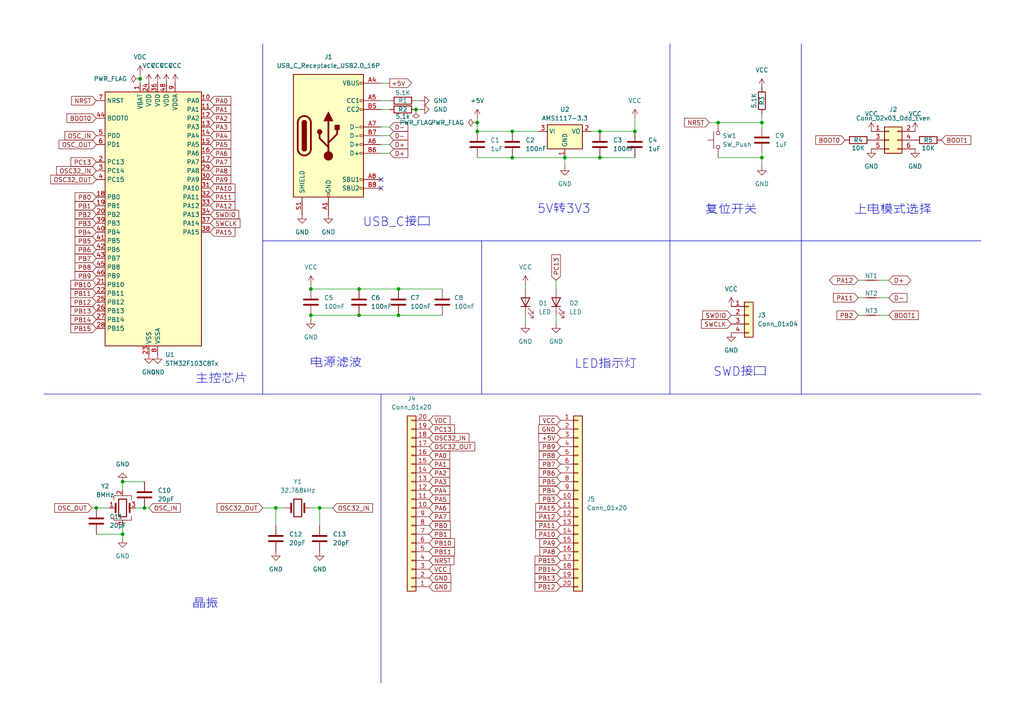
<source format=kicad_sch>
(kicad_sch (version 20231120) (generator "eeschema") (generator_version "8.0")
  (paper "A4")
  (lib_symbols
    (symbol "Connector:USB_C_Receptacle_USB2.0_16P" (pin_names (offset 1.016))
      (property "Reference" "J" (at 0 22.225 0))
      (property "Value" "USB_C_Receptacle_USB2.0_16P" (at 0 19.685 0))
      (symbol "USB_C_Receptacle_USB2.0_16P_1_1"
        (pin passive line (at 0 -22.86 90) (length 5.08) (name "GND") (number "A1"))
        (pin passive line (at 0 -22.86 90) (length 5.08) hide (name "GND") (number "A12"))
        (pin passive line (at 15.24 15.24 180) (length 5.08) (name "VBUS") (number "A4"))
        (pin bidirectional line (at 15.24 10.16 180) (length 5.08) (name "CC1") (number "A5"))
        (pin bidirectional line (at 15.24 -2.54 180) (length 5.08) (name "D+") (number "A6"))
        (pin bidirectional line (at 15.24 2.54 180) (length 5.08) (name "D-") (number "A7"))
        (pin bidirectional line (at 15.24 -12.7 180) (length 5.08) (name "SBU1") (number "A8"))
        (pin passive line (at 15.24 15.24 180) (length 5.08) hide (name "VBUS") (number "A9"))
        (pin passive line (at 0 -22.86 90) (length 5.08) hide (name "GND") (number "B1"))
        (pin passive line (at 0 -22.86 90) (length 5.08) hide (name "GND") (number "B12"))
        (pin passive line (at 15.24 15.24 180) (length 5.08) hide (name "VBUS") (number "B4"))
        (pin bidirectional line (at 15.24 7.62 180) (length 5.08) (name "CC2") (number "B5"))
        (pin bidirectional line (at 15.24 -5.08 180) (length 5.08) (name "D+") (number "B6"))
        (pin bidirectional line (at 15.24 0 180) (length 5.08) (name "D-") (number "B7"))
        (pin bidirectional line (at 15.24 -15.24 180) (length 5.08) (name "SBU2") (number "B8"))
        (pin passive line (at 15.24 15.24 180) (length 5.08) hide (name "VBUS") (number "B9"))
        (pin passive line (at -7.62 -22.86 90) (length 5.08) (name "SHIELD") (number "S1"))
      )
    )
    (symbol "Connector_Generic:Conn_01x04" (pin_names (offset 1.016) hide)
      (property "Reference" "J" (at 0 5.08 0))
      (property "Value" "Conn_01x04" (at 0 -7.62 0))
      (symbol "Conn_01x04_1_1"
        (pin passive line (at -5.08 2.54 0) (length 3.81) (name "Pin_1") (number "1"))
        (pin passive line (at -5.08 0 0) (length 3.81) (name "Pin_2") (number "2"))
        (pin passive line (at -5.08 -2.54 0) (length 3.81) (name "Pin_3") (number "3"))
        (pin passive line (at -5.08 -5.08 0) (length 3.81) (name "Pin_4") (number "4"))
      )
    )
    (symbol "Connector_Generic:Conn_01x20" (pin_names (offset 1.016) hide)
      (property "Reference" "J" (at 0 25.4 0))
      (property "Value" "Conn_01x20" (at 0 -27.94 0))
      (symbol "Conn_01x20_1_1"
        (pin passive line (at -5.08 22.86 0) (length 3.81) (name "Pin_1") (number "1"))
        (pin passive line (at -5.08 0 0) (length 3.81) (name "Pin_10") (number "10"))
        (pin passive line (at -5.08 -2.54 0) (length 3.81) (name "Pin_11") (number "11"))
        (pin passive line (at -5.08 -5.08 0) (length 3.81) (name "Pin_12") (number "12"))
        (pin passive line (at -5.08 -7.62 0) (length 3.81) (name "Pin_13") (number "13"))
        (pin passive line (at -5.08 -10.16 0) (length 3.81) (name "Pin_14") (number "14"))
        (pin passive line (at -5.08 -12.7 0) (length 3.81) (name "Pin_15") (number "15"))
        (pin passive line (at -5.08 -15.24 0) (length 3.81) (name "Pin_16") (number "16"))
        (pin passive line (at -5.08 -17.78 0) (length 3.81) (name "Pin_17") (number "17"))
        (pin passive line (at -5.08 -20.32 0) (length 3.81) (name "Pin_18") (number "18"))
        (pin passive line (at -5.08 -22.86 0) (length 3.81) (name "Pin_19") (number "19"))
        (pin passive line (at -5.08 20.32 0) (length 3.81) (name "Pin_2") (number "2"))
        (pin passive line (at -5.08 -25.4 0) (length 3.81) (name "Pin_20") (number "20"))
        (pin passive line (at -5.08 17.78 0) (length 3.81) (name "Pin_3") (number "3"))
        (pin passive line (at -5.08 15.24 0) (length 3.81) (name "Pin_4") (number "4"))
        (pin passive line (at -5.08 12.7 0) (length 3.81) (name "Pin_5") (number "5"))
        (pin passive line (at -5.08 10.16 0) (length 3.81) (name "Pin_6") (number "6"))
        (pin passive line (at -5.08 7.62 0) (length 3.81) (name "Pin_7") (number "7"))
        (pin passive line (at -5.08 5.08 0) (length 3.81) (name "Pin_8") (number "8"))
        (pin passive line (at -5.08 2.54 0) (length 3.81) (name "Pin_9") (number "9"))
      )
    )
    (symbol "Connector_Generic:Conn_02x03_Odd_Even" (pin_names (offset 1.016) hide)
      (property "Reference" "J" (at 1.27 5.08 0))
      (property "Value" "Conn_02x03_Odd_Even" (at 1.27 -5.08 0))
      (symbol "Conn_02x03_Odd_Even_1_1"
        (pin passive line (at -5.08 2.54 0) (length 3.81) (name "Pin_1") (number "1"))
        (pin passive line (at 7.62 2.54 180) (length 3.81) (name "Pin_2") (number "2"))
        (pin passive line (at -5.08 0 0) (length 3.81) (name "Pin_3") (number "3"))
        (pin passive line (at 7.62 0 180) (length 3.81) (name "Pin_4") (number "4"))
        (pin passive line (at -5.08 -2.54 0) (length 3.81) (name "Pin_5") (number "5"))
        (pin passive line (at 7.62 -2.54 180) (length 3.81) (name "Pin_6") (number "6"))
      )
    )
    (symbol "Device:C" (pin_numbers hide) (pin_names (offset 0.254))
      (property "Reference" "C" (at 0.635 2.54 0))
      (property "Value" "C" (at 0.635 -2.54 0))
      (symbol "C_1_1"
        (pin passive line (at 0 3.81 270) (length 2.794) (name "~") (number "1"))
        (pin passive line (at 0 -3.81 90) (length 2.794) (name "~") (number "2"))
      )
    )
    (symbol "Device:Crystal" (pin_numbers hide) (pin_names (offset 1.016) hide)
      (property "Reference" "Y" (at 0 3.81 0))
      (property "Value" "Crystal" (at 0 -3.81 0))
      (symbol "Crystal_1_1"
        (pin passive line (at -3.81 0 0) (length 1.27) (name "1") (number "1"))
        (pin passive line (at 3.81 0 180) (length 1.27) (name "2") (number "2"))
      )
    )
    (symbol "Device:Crystal_GND24" (pin_names (offset 1.016) hide)
      (property "Reference" "Y" (at 3.175 5.08 0))
      (property "Value" "Crystal_GND24" (at 3.175 3.175 0))
      (symbol "Crystal_GND24_1_1"
        (pin passive line (at -3.81 0 0) (length 1.27) (name "1") (number "1"))
        (pin passive line (at 0 5.08 270) (length 1.27) (name "2") (number "2"))
        (pin passive line (at 3.81 0 180) (length 1.27) (name "3") (number "3"))
        (pin passive line (at 0 -5.08 90) (length 1.27) (name "4") (number "4"))
      )
    )
    (symbol "Device:LED" (pin_numbers hide) (pin_names (offset 1.016) hide)
      (property "Reference" "D" (at 0 2.54 0))
      (property "Value" "LED" (at 0 -2.54 0))
      (symbol "LED_1_1"
        (pin passive line (at -3.81 0 0) (length 2.54) (name "K") (number "1"))
        (pin passive line (at 3.81 0 180) (length 2.54) (name "A") (number "2"))
      )
    )
    (symbol "Device:NetTie_2" (pin_numbers hide) (pin_names (offset 0) hide) (in_bom no)
      (property "Reference" "NT" (at 0 1.27 0))
      (property "Value" "NetTie_2" (at 0 -1.27 0))
      (symbol "NetTie_2_1_1"
        (pin passive line (at -2.54 0 0) (length 2.54) (name "1") (number "1"))
        (pin passive line (at 2.54 0 180) (length 2.54) (name "2") (number "2"))
      )
    )
    (symbol "Device:R" (pin_numbers hide) (pin_names (offset 0))
      (property "Reference" "R" (at 2.032 0 90))
      (property "Value" "R" (at 0 0 90))
      (symbol "R_1_1"
        (pin passive line (at 0 3.81 270) (length 1.27) (name "~") (number "1"))
        (pin passive line (at 0 -3.81 90) (length 1.27) (name "~") (number "2"))
      )
    )
    (symbol "MCU_ST_STM32F1:STM32F103C8Tx"
      (property "Reference" "U" (at -12.7 39.37 0))
      (property "Value" "STM32F103C8Tx" (at 10.16 39.37 0))
      (symbol "STM32F103C8Tx_1_1"
        (pin power_in line (at -2.54 40.64 270) (length 2.54) (name "VBAT") (number "1"))
        (pin bidirectional line (at 17.78 35.56 180) (length 2.54) (name "PA0") (number "10"))
        (pin bidirectional line (at 17.78 33.02 180) (length 2.54) (name "PA1") (number "11"))
        (pin bidirectional line (at 17.78 30.48 180) (length 2.54) (name "PA2") (number "12"))
        (pin bidirectional line (at 17.78 27.94 180) (length 2.54) (name "PA3") (number "13"))
        (pin bidirectional line (at 17.78 25.4 180) (length 2.54) (name "PA4") (number "14"))
        (pin bidirectional line (at 17.78 22.86 180) (length 2.54) (name "PA5") (number "15"))
        (pin bidirectional line (at 17.78 20.32 180) (length 2.54) (name "PA6") (number "16"))
        (pin bidirectional line (at 17.78 17.78 180) (length 2.54) (name "PA7") (number "17"))
        (pin bidirectional line (at -15.24 7.62 0) (length 2.54) (name "PB0") (number "18"))
        (pin bidirectional line (at -15.24 5.08 0) (length 2.54) (name "PB1") (number "19"))
        (pin bidirectional line (at -15.24 17.78 0) (length 2.54) (name "PC13") (number "2"))
        (pin bidirectional line (at -15.24 2.54 0) (length 2.54) (name "PB2") (number "20"))
        (pin bidirectional line (at -15.24 -17.78 0) (length 2.54) (name "PB10") (number "21"))
        (pin bidirectional line (at -15.24 -20.32 0) (length 2.54) (name "PB11") (number "22"))
        (pin power_in line (at 0 -38.1 90) (length 2.54) (name "VSS") (number "23"))
        (pin power_in line (at 0 40.64 270) (length 2.54) (name "VDD") (number "24"))
        (pin bidirectional line (at -15.24 -22.86 0) (length 2.54) (name "PB12") (number "25"))
        (pin bidirectional line (at -15.24 -25.4 0) (length 2.54) (name "PB13") (number "26"))
        (pin bidirectional line (at -15.24 -27.94 0) (length 2.54) (name "PB14") (number "27"))
        (pin bidirectional line (at -15.24 -30.48 0) (length 2.54) (name "PB15") (number "28"))
        (pin bidirectional line (at 17.78 15.24 180) (length 2.54) (name "PA8") (number "29"))
        (pin bidirectional line (at -15.24 15.24 0) (length 2.54) (name "PC14") (number "3"))
        (pin bidirectional line (at 17.78 12.7 180) (length 2.54) (name "PA9") (number "30"))
        (pin bidirectional line (at 17.78 10.16 180) (length 2.54) (name "PA10") (number "31"))
        (pin bidirectional line (at 17.78 7.62 180) (length 2.54) (name "PA11") (number "32"))
        (pin bidirectional line (at 17.78 5.08 180) (length 2.54) (name "PA12") (number "33"))
        (pin bidirectional line (at 17.78 2.54 180) (length 2.54) (name "PA13") (number "34"))
        (pin passive line (at 0 -38.1 90) (length 2.54) hide (name "VSS") (number "35"))
        (pin power_in line (at 2.54 40.64 270) (length 2.54) (name "VDD") (number "36"))
        (pin bidirectional line (at 17.78 0 180) (length 2.54) (name "PA14") (number "37"))
        (pin bidirectional line (at 17.78 -2.54 180) (length 2.54) (name "PA15") (number "38"))
        (pin bidirectional line (at -15.24 0 0) (length 2.54) (name "PB3") (number "39"))
        (pin bidirectional line (at -15.24 12.7 0) (length 2.54) (name "PC15") (number "4"))
        (pin bidirectional line (at -15.24 -2.54 0) (length 2.54) (name "PB4") (number "40"))
        (pin bidirectional line (at -15.24 -5.08 0) (length 2.54) (name "PB5") (number "41"))
        (pin bidirectional line (at -15.24 -7.62 0) (length 2.54) (name "PB6") (number "42"))
        (pin bidirectional line (at -15.24 -10.16 0) (length 2.54) (name "PB7") (number "43"))
        (pin input line (at -15.24 30.48 0) (length 2.54) (name "BOOT0") (number "44"))
        (pin bidirectional line (at -15.24 -12.7 0) (length 2.54) (name "PB8") (number "45"))
        (pin bidirectional line (at -15.24 -15.24 0) (length 2.54) (name "PB9") (number "46"))
        (pin passive line (at 0 -38.1 90) (length 2.54) hide (name "VSS") (number "47"))
        (pin power_in line (at 5.08 40.64 270) (length 2.54) (name "VDD") (number "48"))
        (pin bidirectional line (at -15.24 25.4 0) (length 2.54) (name "PD0") (number "5"))
        (pin bidirectional line (at -15.24 22.86 0) (length 2.54) (name "PD1") (number "6"))
        (pin input line (at -15.24 35.56 0) (length 2.54) (name "NRST") (number "7"))
        (pin power_in line (at 2.54 -38.1 90) (length 2.54) (name "VSSA") (number "8"))
        (pin power_in line (at 7.62 40.64 270) (length 2.54) (name "VDDA") (number "9"))
      )
    )
    (symbol "Regulator_Linear:AMS1117-3.3"
      (property "Reference" "U" (at -3.81 3.175 0))
      (property "Value" "AMS1117-3.3" (at 0 3.175 0))
      (symbol "AMS1117-3.3_1_1"
        (pin power_in line (at 0 -7.62 90) (length 2.54) (name "GND") (number "1"))
        (pin power_out line (at 7.62 0 180) (length 2.54) (name "VO") (number "2"))
        (pin power_in line (at -7.62 0 0) (length 2.54) (name "VI") (number "3"))
      )
    )
    (symbol "Switch:SW_Push" (pin_numbers hide) (pin_names (offset 1.016) hide)
      (property "Reference" "SW" (at 1.27 2.54 0))
      (property "Value" "SW_Push" (at 0 -1.524 0))
      (symbol "SW_Push_0_1"
        (pin passive line (at -5.08 0 0) (length 2.54) (name "1") (number "1"))
        (pin passive line (at 5.08 0 180) (length 2.54) (name "2") (number "2"))
      )
    )
    (symbol "power:+5V" (power) (pin_numbers hide) (pin_names (offset 0) hide)
      (property "Value" "+5V" (at 0 3.556 0))
      (symbol "+5V_1_1"
        (pin power_in line (at 0 0 90) (length 0) (name "~") (number "1"))
      )
    )
    (symbol "power:GND" (power) (pin_numbers hide) (pin_names (offset 0) hide)
      (property "Value" "GND" (at 0 -3.81 0))
      (symbol "GND_1_1"
        (pin power_in line (at 0 0 270) (length 0) (name "~") (number "1"))
      )
    )
    (symbol "power:PWR_FLAG" (power) (pin_numbers hide) (pin_names (offset 0) hide)
      (property "Value" "PWR_FLAG" (at 0 3.81 0))
      (symbol "PWR_FLAG_0_0"
        (pin power_out line (at 0 0 90) (length 0) (name "~") (number "1"))
      )
    )
    (symbol "power:VCC" (power) (pin_numbers hide) (pin_names (offset 0) hide)
      (property "Value" "VCC" (at 0 3.556 0))
      (symbol "VCC_1_1"
        (pin power_in line (at 0 0 90) (length 0) (name "~") (number "1"))
      )
    )
    (symbol "power:VDC" (power) (pin_numbers hide) (pin_names (offset 0) hide)
      (property "Value" "VDC" (at 0 3.556 0))
      (symbol "VDC_1_1"
        (pin power_in line (at 0 0 90) (length 0) (name "~") (number "1"))
      )
    )
  )
  (junction (at 148.59 38.1))
  (junction (at 173.99 45.72))
  (junction (at 184.15 38.1))
  (junction (at 208.28 35.56))
  (junction (at 92.71 147.32))
  (junction (at 80.01 147.32))
  (junction (at 120.65 31.75))
  (junction (at 104.14 91.44))
  (junction (at 220.98 35.56))
  (junction (at 138.43 38.1))
  (junction (at 35.56 154.94))
  (junction (at 27.94 147.32))
  (junction (at 41.91 147.32))
  (junction (at 148.59 45.72))
  (junction (at 104.14 83.82))
  (junction (at 138.43 35.56))
  (junction (at 115.57 91.44))
  (junction (at 90.17 91.44))
  (junction (at 40.64 22.86))
  (junction (at 220.98 45.72))
  (junction (at 163.83 45.72))
  (junction (at 90.17 83.82))
  (junction (at 35.56 139.7))
  (junction (at 173.99 38.1))
  (junction (at 115.57 83.82))
  (no_connect (at 110.49 52.07))
  (no_connect (at 110.49 54.61))
  (wire (pts (xy 248.92 81.28) (xy 250.19 81.28)))
  (wire (pts (xy 27.94 154.94) (xy 35.56 154.94)))
  (polyline (pts (xy 232.41 114.3) (xy 232.41 69.85)))
  (wire (pts (xy 161.29 91.44) (xy 161.29 93.98)))
  (wire (pts (xy 40.64 21.59) (xy 40.64 22.86)))
  (wire (pts (xy 220.98 45.72) (xy 220.98 44.45)))
  (wire (pts (xy 110.49 29.21) (xy 113.03 29.21)))
  (polyline (pts (xy 232.41 114.3) (xy 284.48 114.3)))
  (wire (pts (xy 220.98 35.56) (xy 220.98 36.83)))
  (wire (pts (xy 113.03 39.37) (xy 110.49 39.37)))
  (polyline (pts (xy 194.31 69.85) (xy 284.48 69.85)))
  (wire (pts (xy 173.99 45.72) (xy 184.15 45.72)))
  (wire (pts (xy 113.03 24.13) (xy 110.49 24.13)))
  (wire (pts (xy 27.94 147.32) (xy 31.75 147.32)))
  (polyline (pts (xy 76.2 114.3) (xy 194.31 114.3)))
  (wire (pts (xy 35.56 139.7) (xy 41.91 139.7)))
  (wire (pts (xy 80.01 147.32) (xy 82.55 147.32)))
  (wire (pts (xy 171.45 38.1) (xy 173.99 38.1)))
  (wire (pts (xy 39.37 147.32) (xy 41.91 147.32)))
  (wire (pts (xy 255.27 91.44) (xy 257.81 91.44)))
  (wire (pts (xy 104.14 91.44) (xy 115.57 91.44)))
  (wire (pts (xy 76.2 147.32) (xy 80.01 147.32)))
  (wire (pts (xy 35.56 139.7) (xy 35.56 142.24)))
  (wire (pts (xy 205.74 35.56) (xy 208.28 35.56)))
  (wire (pts (xy 161.29 81.28) (xy 161.29 83.82)))
  (wire (pts (xy 163.83 45.72) (xy 173.99 45.72)))
  (wire (pts (xy 90.17 82.55) (xy 90.17 83.82)))
  (wire (pts (xy 138.43 35.56) (xy 138.43 38.1)))
  (polyline (pts (xy 194.31 69.85) (xy 194.31 12.7)))
  (polyline (pts (xy 232.41 12.7) (xy 232.41 69.85)))
  (wire (pts (xy 90.17 83.82) (xy 104.14 83.82)))
  (wire (pts (xy 121.92 29.21) (xy 120.65 29.21)))
  (wire (pts (xy 220.98 33.02) (xy 220.98 35.56)))
  (polyline (pts (xy 76.2 69.85) (xy 130.81 69.85)))
  (wire (pts (xy 90.17 91.44) (xy 90.17 92.71)))
  (polyline (pts (xy 12.7 114.3) (xy 76.2 114.3)))
  (wire (pts (xy 90.17 147.32) (xy 92.71 147.32)))
  (polyline (pts (xy 139.7 69.85) (xy 139.7 114.3)))
  (polyline (pts (xy 194.31 114.3) (xy 232.41 114.3)))
  (wire (pts (xy 208.28 35.56) (xy 220.98 35.56)))
  (wire (pts (xy 220.98 48.26) (xy 220.98 45.72)))
  (wire (pts (xy 152.4 82.55) (xy 152.4 83.82)))
  (polyline (pts (xy 76.2 12.7) (xy 76.2 114.3)))
  (wire (pts (xy 92.71 152.4) (xy 92.71 147.32)))
  (wire (pts (xy 115.57 83.82) (xy 128.27 83.82)))
  (wire (pts (xy 115.57 91.44) (xy 128.27 91.44)))
  (wire (pts (xy 113.03 41.91) (xy 110.49 41.91)))
  (wire (pts (xy 255.27 81.28) (xy 257.81 81.28)))
  (wire (pts (xy 173.99 38.1) (xy 184.15 38.1)))
  (wire (pts (xy 148.59 38.1) (xy 156.21 38.1)))
  (wire (pts (xy 80.01 152.4) (xy 80.01 147.32)))
  (wire (pts (xy 40.64 22.86) (xy 40.64 24.13)))
  (wire (pts (xy 184.15 34.29) (xy 184.15 38.1)))
  (wire (pts (xy 110.49 31.75) (xy 113.03 31.75)))
  (wire (pts (xy 90.17 91.44) (xy 104.14 91.44)))
  (wire (pts (xy 163.83 48.26) (xy 163.83 45.72)))
  (polyline (pts (xy 110.49 114.3) (xy 110.49 198.12)))
  (wire (pts (xy 35.56 156.21) (xy 35.56 154.94)))
  (polyline (pts (xy 130.81 69.85) (xy 194.31 69.85)))
  (wire (pts (xy 121.92 31.75) (xy 120.65 31.75)))
  (wire (pts (xy 152.4 91.44) (xy 152.4 93.98)))
  (wire (pts (xy 255.27 86.36) (xy 257.81 86.36)))
  (wire (pts (xy 113.03 36.83) (xy 110.49 36.83)))
  (wire (pts (xy 35.56 154.94) (xy 35.56 152.4)))
  (wire (pts (xy 104.14 83.82) (xy 115.57 83.82)))
  (wire (pts (xy 138.43 38.1) (xy 148.59 38.1)))
  (wire (pts (xy 248.92 91.44) (xy 250.19 91.44)))
  (wire (pts (xy 26.67 147.32) (xy 27.94 147.32)))
  (wire (pts (xy 113.03 44.45) (xy 110.49 44.45)))
  (wire (pts (xy 248.92 86.36) (xy 250.19 86.36)))
  (wire (pts (xy 92.71 147.32) (xy 96.52 147.32)))
  (wire (pts (xy 138.43 34.29) (xy 138.43 35.56)))
  (wire (pts (xy 148.59 45.72) (xy 163.83 45.72)))
  (wire (pts (xy 41.91 147.32) (xy 43.18 147.32)))
  (wire (pts (xy 208.28 45.72) (xy 220.98 45.72)))
  (wire (pts (xy 138.43 45.72) (xy 148.59 45.72)))
  (polyline (pts (xy 194.31 114.3) (xy 194.31 69.85)))
  (text "SWD接口" (at 214.63 107.95 0) (effects (font (size 2.54 2.54))))
  (text "LED指示灯" (at 175.768 105.664 0) (effects (font (size 2.54 2.54))))
  (text "电源滤波" (at 97.536 105.41 0) (effects (font (size 2.54 2.54))))
  (text "上电模式选择\n" (at 259.08 60.96 0) (effects (font (size 2.54 2.54))))
  (text "5V转3V3" (at 163.576 60.706 0) (effects (font (size 2.54 2.54))))
  (text "复位开关\n" (at 212.09 60.96 0) (effects (font (size 2.54 2.54))))
  (text "USB_C接口" (at 115.062 64.516 0) (effects (font (size 2.54 2.54))))
  (text "主控芯片" (at 64.262 109.982 0) (effects (font (size 2.54 2.54))))
  (text "晶振" (at 59.69 175.26 0) (effects (font (size 2.54 2.54))))
  (global_label "PC13" (shape input) (at 161.29 81.28 90) (property "Intersheetrefs" "${INTERSHEET_REFS}" (effects (hide yes))))
  (global_label "PB6" (shape input) (at 162.56 137.16 180) (property "Intersheetrefs" "${INTERSHEET_REFS}" (effects (hide yes))))
  (global_label "PB8" (shape input) (at 162.56 132.08 180) (property "Intersheetrefs" "${INTERSHEET_REFS}" (effects (hide yes))))
  (global_label "D-" (shape input) (at 257.81 86.36 0) (property "Intersheetrefs" "${INTERSHEET_REFS}" (effects (hide yes))))
  (global_label "D+" (shape input) (at 113.03 44.45 0) (property "Intersheetrefs" "${INTERSHEET_REFS}" (effects (hide yes))))
  (global_label "PC13" (shape input) (at 124.46 124.46 0) (property "Intersheetrefs" "${INTERSHEET_REFS}" (effects (hide yes))))
  (global_label "PB1" (shape input) (at 124.46 154.94 0) (property "Intersheetrefs" "${INTERSHEET_REFS}" (effects (hide yes))))
  (global_label "D-" (shape input) (at 113.03 39.37 0) (property "Intersheetrefs" "${INTERSHEET_REFS}" (effects (hide yes))))
  (global_label "PB12" (shape input) (at 27.94 87.63 180) (property "Intersheetrefs" "${INTERSHEET_REFS}" (effects (hide yes))))
  (global_label "PA12" (shape input) (at 60.96 59.69 0) (property "Intersheetrefs" "${INTERSHEET_REFS}" (effects (hide yes))))
  (global_label "PA3" (shape input) (at 60.96 36.83 0) (property "Intersheetrefs" "${INTERSHEET_REFS}" (effects (hide yes))))
  (global_label "PB10" (shape input) (at 27.94 82.55 180) (property "Intersheetrefs" "${INTERSHEET_REFS}" (effects (hide yes))))
  (global_label "VDC" (shape input) (at 124.46 121.92 0) (property "Intersheetrefs" "${INTERSHEET_REFS}" (effects (hide yes))))
  (global_label "+5V" (shape output) (at 113.03 24.13 0) (property "Intersheetrefs" "${INTERSHEET_REFS}" (effects (hide yes))))
  (global_label "OSC32_IN" (shape input) (at 27.94 49.53 180) (property "Intersheetrefs" "${INTERSHEET_REFS}" (effects (hide yes))))
  (global_label "PB13" (shape input) (at 27.94 90.17 180) (property "Intersheetrefs" "${INTERSHEET_REFS}" (effects (hide yes))))
  (global_label "PB4" (shape input) (at 162.56 142.24 180) (property "Intersheetrefs" "${INTERSHEET_REFS}" (effects (hide yes))))
  (global_label "PB7" (shape input) (at 27.94 74.93 180) (property "Intersheetrefs" "${INTERSHEET_REFS}" (effects (hide yes))))
  (global_label "OSC32_IN" (shape input) (at 96.52 147.32 0) (property "Intersheetrefs" "${INTERSHEET_REFS}" (effects (hide yes))))
  (global_label "VCC" (shape input) (at 124.46 165.1 0) (property "Intersheetrefs" "${INTERSHEET_REFS}" (effects (hide yes))))
  (global_label "PA5" (shape input) (at 60.96 41.91 0) (property "Intersheetrefs" "${INTERSHEET_REFS}" (effects (hide yes))))
  (global_label "PB3" (shape input) (at 162.56 144.78 180) (property "Intersheetrefs" "${INTERSHEET_REFS}" (effects (hide yes))))
  (global_label "SWDIO" (shape input) (at 60.96 62.23 0) (property "Intersheetrefs" "${INTERSHEET_REFS}" (effects (hide yes))))
  (global_label "PA15" (shape input) (at 162.56 147.32 180) (property "Intersheetrefs" "${INTERSHEET_REFS}" (effects (hide yes))))
  (global_label "PA9" (shape input) (at 60.96 52.07 0) (property "Intersheetrefs" "${INTERSHEET_REFS}" (effects (hide yes))))
  (global_label "PA8" (shape input) (at 60.96 49.53 0) (property "Intersheetrefs" "${INTERSHEET_REFS}" (effects (hide yes))))
  (global_label "BOOT1" (shape input) (at 257.81 91.44 0) (property "Intersheetrefs" "${INTERSHEET_REFS}" (effects (hide yes))))
  (global_label "PA10" (shape input) (at 60.96 54.61 0) (property "Intersheetrefs" "${INTERSHEET_REFS}" (effects (hide yes))))
  (global_label "PC13" (shape input) (at 27.94 46.99 180) (property "Intersheetrefs" "${INTERSHEET_REFS}" (effects (hide yes))))
  (global_label "PB9" (shape input) (at 162.56 129.54 180) (property "Intersheetrefs" "${INTERSHEET_REFS}" (effects (hide yes))))
  (global_label "PB11" (shape input) (at 27.94 85.09 180) (property "Intersheetrefs" "${INTERSHEET_REFS}" (effects (hide yes))))
  (global_label "PA11" (shape input) (at 162.56 152.4 180) (property "Intersheetrefs" "${INTERSHEET_REFS}" (effects (hide yes))))
  (global_label "PA1" (shape input) (at 124.46 134.62 0) (property "Intersheetrefs" "${INTERSHEET_REFS}" (effects (hide yes))))
  (global_label "OSC_IN" (shape input) (at 43.18 147.32 0) (property "Intersheetrefs" "${INTERSHEET_REFS}" (effects (hide yes))))
  (global_label "PA1" (shape input) (at 60.96 31.75 0) (property "Intersheetrefs" "${INTERSHEET_REFS}" (effects (hide yes))))
  (global_label "PB3" (shape input) (at 27.94 64.77 180) (property "Intersheetrefs" "${INTERSHEET_REFS}" (effects (hide yes))))
  (global_label "D+" (shape input) (at 113.03 41.91 0) (property "Intersheetrefs" "${INTERSHEET_REFS}" (effects (hide yes))))
  (global_label "VCC" (shape input) (at 162.56 121.92 180) (property "Intersheetrefs" "${INTERSHEET_REFS}" (effects (hide yes))))
  (global_label "PA2" (shape input) (at 60.96 34.29 0) (property "Intersheetrefs" "${INTERSHEET_REFS}" (effects (hide yes))))
  (global_label "PB8" (shape input) (at 27.94 77.47 180) (property "Intersheetrefs" "${INTERSHEET_REFS}" (effects (hide yes))))
  (global_label "PB4" (shape input) (at 27.94 67.31 180) (property "Intersheetrefs" "${INTERSHEET_REFS}" (effects (hide yes))))
  (global_label "OSC_IN" (shape input) (at 27.94 39.37 180) (property "Intersheetrefs" "${INTERSHEET_REFS}" (effects (hide yes))))
  (global_label "OSC32_OUT" (shape input) (at 124.46 129.54 0) (property "Intersheetrefs" "${INTERSHEET_REFS}" (effects (hide yes))))
  (global_label "PA6" (shape input) (at 60.96 44.45 0) (property "Intersheetrefs" "${INTERSHEET_REFS}" (effects (hide yes))))
  (global_label "PA0" (shape input) (at 60.96 29.21 0) (property "Intersheetrefs" "${INTERSHEET_REFS}" (effects (hide yes))))
  (global_label "BOOT0" (shape input) (at 27.94 34.29 180) (property "Intersheetrefs" "${INTERSHEET_REFS}" (effects (hide yes))))
  (global_label "D-" (shape input) (at 113.03 36.83 0) (property "Intersheetrefs" "${INTERSHEET_REFS}" (effects (hide yes))))
  (global_label "PA7" (shape input) (at 60.96 46.99 0) (property "Intersheetrefs" "${INTERSHEET_REFS}" (effects (hide yes))))
  (global_label "PA10" (shape input) (at 162.56 154.94 180) (property "Intersheetrefs" "${INTERSHEET_REFS}" (effects (hide yes))))
  (global_label "BOOT1" (shape input) (at 273.05 40.64 0) (property "Intersheetrefs" "${INTERSHEET_REFS}" (effects (hide yes))))
  (global_label "SWDIO" (shape input) (at 212.09 91.44 180) (property "Intersheetrefs" "${INTERSHEET_REFS}" (effects (hide yes))))
  (global_label "PB11" (shape input) (at 124.46 160.02 0) (property "Intersheetrefs" "${INTERSHEET_REFS}" (effects (hide yes))))
  (global_label "PB0" (shape input) (at 124.46 152.4 0) (property "Intersheetrefs" "${INTERSHEET_REFS}" (effects (hide yes))))
  (global_label "PA2" (shape input) (at 124.46 137.16 0) (property "Intersheetrefs" "${INTERSHEET_REFS}" (effects (hide yes))))
  (global_label "OSC_OUT" (shape input) (at 27.94 41.91 180) (property "Intersheetrefs" "${INTERSHEET_REFS}" (effects (hide yes))))
  (global_label "PB0" (shape input) (at 27.94 57.15 180) (property "Intersheetrefs" "${INTERSHEET_REFS}" (effects (hide yes))))
  (global_label "PA12" (shape bidirectional) (at 248.92 81.28 180) (property "Intersheetrefs" "${INTERSHEET_REFS}" (effects (hide yes))))
  (global_label "PA5" (shape input) (at 124.46 144.78 0) (property "Intersheetrefs" "${INTERSHEET_REFS}" (effects (hide yes))))
  (global_label "OSC32_OUT" (shape input) (at 27.94 52.07 180) (property "Intersheetrefs" "${INTERSHEET_REFS}" (effects (hide yes))))
  (global_label "OSC32_IN" (shape input) (at 124.46 127 0) (property "Intersheetrefs" "${INTERSHEET_REFS}" (effects (hide yes))))
  (global_label "PA12" (shape input) (at 162.56 149.86 180) (property "Intersheetrefs" "${INTERSHEET_REFS}" (effects (hide yes))))
  (global_label "SWCLK" (shape input) (at 212.09 93.98 180) (property "Intersheetrefs" "${INTERSHEET_REFS}" (effects (hide yes))))
  (global_label "GND" (shape input) (at 124.46 170.18 0) (property "Intersheetrefs" "${INTERSHEET_REFS}" (effects (hide yes))))
  (global_label "PA0" (shape input) (at 124.46 132.08 0) (property "Intersheetrefs" "${INTERSHEET_REFS}" (effects (hide yes))))
  (global_label "SWCLK" (shape input) (at 60.96 64.77 0) (property "Intersheetrefs" "${INTERSHEET_REFS}" (effects (hide yes))))
  (global_label "PA11" (shape input) (at 60.96 57.15 0) (property "Intersheetrefs" "${INTERSHEET_REFS}" (effects (hide yes))))
  (global_label "PA3" (shape input) (at 124.46 139.7 0) (property "Intersheetrefs" "${INTERSHEET_REFS}" (effects (hide yes))))
  (global_label "PB6" (shape input) (at 27.94 72.39 180) (property "Intersheetrefs" "${INTERSHEET_REFS}" (effects (hide yes))))
  (global_label "PB5" (shape input) (at 27.94 69.85 180) (property "Intersheetrefs" "${INTERSHEET_REFS}" (effects (hide yes))))
  (global_label "OSC32_OUT" (shape input) (at 76.2 147.32 180) (property "Intersheetrefs" "${INTERSHEET_REFS}" (effects (hide yes))))
  (global_label "PB7" (shape input) (at 162.56 134.62 180) (property "Intersheetrefs" "${INTERSHEET_REFS}" (effects (hide yes))))
  (global_label "GND" (shape input) (at 124.46 167.64 0) (property "Intersheetrefs" "${INTERSHEET_REFS}" (effects (hide yes))))
  (global_label "BOOT0" (shape input) (at 245.11 40.64 180) (property "Intersheetrefs" "${INTERSHEET_REFS}" (effects (hide yes))))
  (global_label "NRST" (shape input) (at 27.94 29.21 180) (property "Intersheetrefs" "${INTERSHEET_REFS}" (effects (hide yes))))
  (global_label "PB9" (shape input) (at 27.94 80.01 180) (property "Intersheetrefs" "${INTERSHEET_REFS}" (effects (hide yes))))
  (global_label "PA15" (shape input) (at 60.96 67.31 0) (property "Intersheetrefs" "${INTERSHEET_REFS}" (effects (hide yes))))
  (global_label "PA8" (shape input) (at 162.56 160.02 180) (property "Intersheetrefs" "${INTERSHEET_REFS}" (effects (hide yes))))
  (global_label "OSC_OUT" (shape input) (at 26.67 147.32 180) (property "Intersheetrefs" "${INTERSHEET_REFS}" (effects (hide yes))))
  (global_label "GND" (shape input) (at 162.56 124.46 180) (property "Intersheetrefs" "${INTERSHEET_REFS}" (effects (hide yes))))
  (global_label "PB2" (shape input) (at 248.92 91.44 180) (property "Intersheetrefs" "${INTERSHEET_REFS}" (effects (hide yes))))
  (global_label "PB15" (shape input) (at 162.56 162.56 180) (property "Intersheetrefs" "${INTERSHEET_REFS}" (effects (hide yes))))
  (global_label "PA9" (shape input) (at 162.56 157.48 180) (property "Intersheetrefs" "${INTERSHEET_REFS}" (effects (hide yes))))
  (global_label "PA11" (shape input) (at 248.92 86.36 180) (property "Intersheetrefs" "${INTERSHEET_REFS}" (effects (hide yes))))
  (global_label "PA4" (shape input) (at 124.46 142.24 0) (property "Intersheetrefs" "${INTERSHEET_REFS}" (effects (hide yes))))
  (global_label "D+" (shape bidirectional) (at 257.81 81.28 0) (property "Intersheetrefs" "${INTERSHEET_REFS}" (effects (hide yes))))
  (global_label "NRST" (shape input) (at 124.46 162.56 0) (property "Intersheetrefs" "${INTERSHEET_REFS}" (effects (hide yes))))
  (global_label "PA4" (shape input) (at 60.96 39.37 0) (property "Intersheetrefs" "${INTERSHEET_REFS}" (effects (hide yes))))
  (global_label "NRST" (shape input) (at 205.74 35.56 180) (property "Intersheetrefs" "${INTERSHEET_REFS}" (effects (hide yes))))
  (global_label "PB12" (shape input) (at 162.56 170.18 180) (property "Intersheetrefs" "${INTERSHEET_REFS}" (effects (hide yes))))
  (global_label "PB10" (shape input) (at 124.46 157.48 0) (property "Intersheetrefs" "${INTERSHEET_REFS}" (effects (hide yes))))
  (global_label "PB1" (shape input) (at 27.94 59.69 180) (property "Intersheetrefs" "${INTERSHEET_REFS}" (effects (hide yes))))
  (global_label "PB13" (shape input) (at 162.56 167.64 180) (property "Intersheetrefs" "${INTERSHEET_REFS}" (effects (hide yes))))
  (global_label "PA6" (shape input) (at 124.46 147.32 0) (property "Intersheetrefs" "${INTERSHEET_REFS}" (effects (hide yes))))
  (global_label "PB14" (shape input) (at 162.56 165.1 180) (property "Intersheetrefs" "${INTERSHEET_REFS}" (effects (hide yes))))
  (global_label "PB5" (shape input) (at 162.56 139.7 180) (property "Intersheetrefs" "${INTERSHEET_REFS}" (effects (hide yes))))
  (global_label "PB15" (shape input) (at 27.94 95.25 180) (property "Intersheetrefs" "${INTERSHEET_REFS}" (effects (hide yes))))
  (global_label "PA7" (shape input) (at 124.46 149.86 0) (property "Intersheetrefs" "${INTERSHEET_REFS}" (effects (hide yes))))
  (global_label "PB2" (shape input) (at 27.94 62.23 180) (property "Intersheetrefs" "${INTERSHEET_REFS}" (effects (hide yes))))
  (global_label "PB14" (shape input) (at 27.94 92.71 180) (property "Intersheetrefs" "${INTERSHEET_REFS}" (effects (hide yes))))
  (global_label "+5V" (shape input) (at 162.56 127 180) (property "Intersheetrefs" "${INTERSHEET_REFS}" (effects (hide yes))))
  (symbol (lib_id "Device:C") (at 138.43 41.91 0) (unit 1)
    (property "Reference" "C1" (at 142.24 40.6399 0) (effects (justify left)))
    (property "Value" "1uF" (at 142.24 43.1799 0) (effects (justify left)))
    (property "Footprint" "Capacitor_SMD:C_0603_1608Metric_Pad1.08x0.95mm_HandSolder" (effects (hide yes)))
    (property "Description" "Unpolarized capacitor" (effects (hide yes)))
  )
  (symbol (lib_id "power:VCC") (at 212.09 88.9 0) (unit 1)
    (property "Reference" "#PWR020" (effects (hide yes)))
    (property "Value" "VCC" (at 212.09 83.82 0))
    (property "Description" "Power symbol creates a global label with name \"VCC\"" (effects (hide yes)))
  )
  (symbol (lib_id "power:PWR_FLAG") (at 120.65 31.75 180) (unit 1)
    (property "Reference" "#FLG03" (effects (hide yes)))
    (property "Value" "PWR_FLAG" (at 120.65 35.56 0))
    (property "Description" "Special symbol for telling ERC where power comes from" (effects (hide yes)))
  )
  (symbol (lib_id "Device:C") (at 184.15 41.91 0) (unit 1)
    (property "Reference" "C4" (at 187.96 40.6399 0) (effects (justify left)))
    (property "Value" "1uF" (at 187.96 43.1799 0) (effects (justify left)))
    (property "Footprint" "Capacitor_SMD:C_0603_1608Metric_Pad1.08x0.95mm_HandSolder" (effects (hide yes)))
    (property "Description" "Unpolarized capacitor" (effects (hide yes)))
  )
  (symbol (lib_id "power:VDC") (at 40.64 21.59 0) (unit 1)
    (property "Reference" "#PWR032" (effects (hide yes)))
    (property "Value" "VDC" (at 40.64 16.51 0))
    (property "Description" "Power symbol creates a global label with name \"VDC\"" (effects (hide yes)))
  )
  (symbol (lib_id "Device:C") (at 220.98 40.64 0) (unit 1)
    (property "Reference" "C9" (at 224.79 39.3699 0) (effects (justify left)))
    (property "Value" "1uF" (at 224.79 41.9099 0) (effects (justify left)))
    (property "Footprint" "Capacitor_SMD:C_0603_1608Metric_Pad1.08x0.95mm_HandSolder" (effects (hide yes)))
    (property "Description" "Unpolarized capacitor" (effects (hide yes)))
  )
  (symbol (lib_id "Device:R") (at 248.92 40.64 270) (unit 1)
    (property "Reference" "R4" (at 248.92 40.64 90))
    (property "Value" "10K" (at 248.92 42.926 90))
    (property "Footprint" "Resistor_SMD:R_0603_1608Metric_Pad0.98x0.95mm_HandSolder" (effects (hide yes)))
    (property "Description" "Resistor" (effects (hide yes)))
  )
  (symbol (lib_id "Device:R") (at 116.84 29.21 90) (unit 1)
    (property "Reference" "R1" (at 116.84 29.21 90))
    (property "Value" "5.1K" (at 116.84 26.924 90))
    (property "Footprint" "Resistor_SMD:R_0603_1608Metric_Pad0.98x0.95mm_HandSolder" (effects (hide yes)))
    (property "Description" "Resistor" (effects (hide yes)))
  )
  (symbol (lib_id "power:VCC") (at 50.8 24.13 0) (unit 1)
    (property "Reference" "#PWR026" (effects (hide yes)))
    (property "Value" "VCC" (at 50.8 19.05 0))
    (property "Description" "Power symbol creates a global label with name \"VCC\"" (effects (hide yes)))
  )
  (symbol (lib_id "power:VCC") (at 252.73 38.1 0) (unit 1)
    (property "Reference" "#PWR016" (effects (hide yes)))
    (property "Value" "VCC" (at 252.73 33.02 0))
    (property "Description" "Power symbol creates a global label with name \"VCC\"" (effects (hide yes)))
  )
  (symbol (lib_id "power:PWR_FLAG") (at 40.64 22.86 90) (unit 1)
    (property "Reference" "#FLG01" (effects (hide yes)))
    (property "Value" "PWR_FLAG" (at 36.83 22.8599 90) (effects (justify left)))
    (property "Description" "Special symbol for telling ERC where power comes from" (effects (hide yes)))
  )
  (symbol (lib_id "Device:C") (at 41.91 143.51 0) (unit 1)
    (property "Reference" "C10" (at 45.72 142.2399 0) (effects (justify left)))
    (property "Value" "20pF" (at 45.72 144.7799 0) (effects (justify left)))
    (property "Footprint" "Capacitor_SMD:C_0603_1608Metric_Pad1.08x0.95mm_HandSolder" (effects (hide yes)))
    (property "Description" "Unpolarized capacitor" (effects (hide yes)))
  )
  (symbol (lib_id "power:VCC") (at 265.43 38.1 0) (unit 1)
    (property "Reference" "#PWR017" (effects (hide yes)))
    (property "Value" "VCC" (at 265.43 33.02 0))
    (property "Description" "Power symbol creates a global label with name \"VCC\"" (effects (hide yes)))
  )
  (symbol (lib_id "power:GND") (at 252.73 43.18 0) (unit 1)
    (property "Reference" "#PWR018" (effects (hide yes)))
    (property "Value" "GND" (at 252.73 48.26 0))
    (property "Description" "Power symbol creates a global label with name \"GND\" , ground" (effects (hide yes)))
  )
  (symbol (lib_id "power:GND") (at 212.09 96.52 0) (unit 1)
    (property "Reference" "#PWR021" (effects (hide yes)))
    (property "Value" "GND" (at 212.09 101.6 0))
    (property "Description" "Power symbol creates a global label with name \"GND\" , ground" (effects (hide yes)))
  )
  (symbol (lib_id "power:GND") (at 95.25 62.23 0) (unit 1)
    (property "Reference" "#PWR03" (effects (hide yes)))
    (property "Value" "GND" (at 95.25 67.31 0))
    (property "Description" "Power symbol creates a global label with name \"GND\" , ground" (effects (hide yes)))
  )
  (symbol (lib_id "power:VCC") (at 184.15 34.29 0) (unit 1)
    (property "Reference" "#PWR08" (effects (hide yes)))
    (property "Value" "VCC" (at 184.15 29.21 0))
    (property "Description" "Power symbol creates a global label with name \"VCC\"" (effects (hide yes)))
  )
  (symbol (lib_id "Device:NetTie_2") (at 252.73 91.44 0) (unit 1) (in_bom no)
    (property "Reference" "NT3" (at 252.73 90.17 0))
    (property "Value" "NetTie_2" (effects (hide yes)))
    (property "Description" "Net tie, 2 pins" (effects (hide yes)))
  )
  (symbol (lib_id "Device:C") (at 92.71 156.21 0) (unit 1)
    (property "Reference" "C13" (at 96.52 154.9399 0) (effects (justify left)))
    (property "Value" "20pF" (at 96.52 157.4799 0) (effects (justify left)))
    (property "Footprint" "Capacitor_SMD:C_0603_1608Metric_Pad1.08x0.95mm_HandSolder" (effects (hide yes)))
    (property "Description" "Unpolarized capacitor" (effects (hide yes)))
  )
  (symbol (lib_id "power:GND") (at 43.18 102.87 0) (unit 1)
    (property "Reference" "#PWR024" (effects (hide yes)))
    (property "Value" "GND" (at 43.18 107.95 0))
    (property "Description" "Power symbol creates a global label with name \"GND\" , ground" (effects (hide yes)))
  )
  (symbol (lib_id "Device:LED") (at 152.4 87.63 90) (unit 1)
    (property "Reference" "D1" (at 156.21 87.9474 90) (effects (justify right)))
    (property "Value" "LED" (at 156.21 90.4874 90) (effects (justify right)))
    (property "Footprint" "LED_SMD:LED_0603_1608Metric_Pad1.05x0.95mm_HandSolder" (effects (hide yes)))
    (property "Description" "Light emitting diode" (effects (hide yes)))
  )
  (symbol (lib_id "Device:R") (at 269.24 40.64 270) (unit 1)
    (property "Reference" "R5" (at 269.24 40.64 90))
    (property "Value" "10K" (at 269.24 42.926 90))
    (property "Footprint" "Resistor_SMD:R_0603_1608Metric_Pad0.98x0.95mm_HandSolder" (effects (hide yes)))
    (property "Description" "Resistor" (effects (hide yes)))
  )
  (symbol (lib_id "power:GND") (at 220.98 48.26 0) (unit 1)
    (property "Reference" "#PWR014" (effects (hide yes)))
    (property "Value" "GND" (at 220.98 53.34 0))
    (property "Description" "Power symbol creates a global label with name \"GND\" , ground" (effects (hide yes)))
  )
  (symbol (lib_id "power:GND") (at 92.71 160.02 0) (unit 1)
    (property "Reference" "#PWR031" (effects (hide yes)))
    (property "Value" "GND" (at 92.71 165.1 0))
    (property "Description" "Power symbol creates a global label with name \"GND\" , ground" (effects (hide yes)))
  )
  (symbol (lib_id "power:GND") (at 45.72 102.87 0) (unit 1)
    (property "Reference" "#PWR025" (effects (hide yes)))
    (property "Value" "GND" (at 45.72 107.95 0))
    (property "Description" "Power symbol creates a global label with name \"GND\" , ground" (effects (hide yes)))
  )
  (symbol (lib_id "Device:LED") (at 161.29 87.63 90) (unit 1)
    (property "Reference" "D2" (at 165.1 87.9474 90) (effects (justify right)))
    (property "Value" "LED" (at 165.1 90.4874 90) (effects (justify right)))
    (property "Footprint" "LED_SMD:LED_0603_1608Metric_Pad1.05x0.95mm_HandSolder" (effects (hide yes)))
    (property "Description" "Light emitting diode" (effects (hide yes)))
  )
  (symbol (lib_id "power:GND") (at 265.43 43.18 0) (unit 1)
    (property "Reference" "#PWR019" (effects (hide yes)))
    (property "Value" "GND" (at 265.43 48.26 0))
    (property "Description" "Power symbol creates a global label with name \"GND\" , ground" (effects (hide yes)))
  )
  (symbol (lib_id "power:+5V") (at 138.43 34.29 0) (unit 1)
    (property "Reference" "#PWR01" (effects (hide yes)))
    (property "Value" "+5V" (at 138.43 29.21 0))
    (property "Description" "Power symbol creates a global label with name \"+5V\"" (effects (hide yes)))
  )
  (symbol (lib_id "Device:C") (at 27.94 151.13 0) (unit 1)
    (property "Reference" "C11" (at 31.75 149.8599 0) (effects (justify left)))
    (property "Value" "20pF" (at 31.75 152.3999 0) (effects (justify left)))
    (property "Footprint" "Capacitor_SMD:C_0603_1608Metric_Pad1.08x0.95mm_HandSolder" (effects (hide yes)))
    (property "Description" "Unpolarized capacitor" (effects (hide yes)))
  )
  (symbol (lib_id "power:GND") (at 121.92 31.75 90) (unit 1)
    (property "Reference" "#PWR05" (effects (hide yes)))
    (property "Value" "GND" (at 125.73 31.7499 90) (effects (justify right)))
    (property "Description" "Power symbol creates a global label with name \"GND\" , ground" (effects (hide yes)))
  )
  (symbol (lib_id "power:VCC") (at 43.18 24.13 0) (unit 1)
    (property "Reference" "#PWR029" (effects (hide yes)))
    (property "Value" "VCC" (at 43.18 19.05 0))
    (property "Description" "Power symbol creates a global label with name \"VCC\"" (effects (hide yes)))
  )
  (symbol (lib_id "Regulator_Linear:AMS1117-3.3") (at 163.83 38.1 0) (unit 1)
    (property "Reference" "U2" (at 163.83 31.75 0))
    (property "Value" "AMS1117-3.3" (at 163.83 34.29 0))
    (property "Footprint" "Package_TO_SOT_SMD:SOT-223-3_TabPin2" (effects (hide yes)))
    (property "Datasheet" "http://www.advanced-monolithic.com/pdf/ds1117.pdf" (effects (hide yes)))
    (property "Description" "1A Low Dropout regulator, positive, 3.3V fixed output, SOT-223" (effects (hide yes)))
  )
  (symbol (lib_id "power:GND") (at 35.56 156.21 0) (unit 1)
    (property "Reference" "#PWR022" (effects (hide yes)))
    (property "Value" "GND" (at 35.56 161.29 0))
    (property "Description" "Power symbol creates a global label with name \"GND\" , ground" (effects (hide yes)))
  )
  (symbol (lib_id "Device:C") (at 173.99 41.91 0) (unit 1)
    (property "Reference" "C3" (at 177.8 40.6399 0) (effects (justify left)))
    (property "Value" "100nF" (at 177.8 43.1799 0) (effects (justify left)))
    (property "Footprint" "Capacitor_SMD:C_0603_1608Metric_Pad1.08x0.95mm_HandSolder" (effects (hide yes)))
    (property "Description" "Unpolarized capacitor" (effects (hide yes)))
  )
  (symbol (lib_id "Device:R") (at 116.84 31.75 90) (unit 1)
    (property "Reference" "R2" (at 116.84 31.75 90))
    (property "Value" "5.1k" (at 116.84 33.782 90))
    (property "Footprint" "Resistor_SMD:R_0603_1608Metric_Pad0.98x0.95mm_HandSolder" (effects (hide yes)))
    (property "Description" "Resistor" (effects (hide yes)))
  )
  (symbol (lib_id "power:GND") (at 161.29 93.98 0) (unit 1)
    (property "Reference" "#PWR013" (effects (hide yes)))
    (property "Value" "GND" (at 161.29 99.06 0))
    (property "Description" "Power symbol creates a global label with name \"GND\" , ground" (effects (hide yes)))
  )
  (symbol (lib_id "Device:Crystal_GND24") (at 35.56 147.32 0) (unit 1)
    (property "Reference" "Y2" (at 30.48 141.0014 0))
    (property "Value" "8MHz" (at 30.48 143.5414 0))
    (property "Footprint" "Crystal:Crystal_SMD_3225-4Pin_3.2x2.5mm_HandSoldering" (effects (hide yes)))
    (property "Description" "Four pin crystal, GND on pins 2 and 4" (effects (hide yes)))
  )
  (symbol (lib_id "power:VCC") (at 152.4 82.55 0) (unit 1)
    (property "Reference" "#PWR011" (effects (hide yes)))
    (property "Value" "VCC" (at 152.4 77.47 0))
    (property "Description" "Power symbol creates a global label with name \"VCC\"" (effects (hide yes)))
  )
  (symbol (lib_id "Switch:SW_Push") (at 208.28 40.64 90) (unit 1)
    (property "Reference" "SW1" (at 209.55 39.3699 90) (effects (justify right)))
    (property "Value" "SW_Push" (at 209.55 41.9099 90) (effects (justify right)))
    (property "Footprint" "Button_Switch_SMD:SW_SPST_CK_RS282G05A3" (effects (hide yes)))
    (property "Description" "Push button switch, generic, two pins" (effects (hide yes)))
  )
  (symbol (lib_id "Device:Crystal") (at 86.36 147.32 0) (unit 1)
    (property "Reference" "Y1" (at 86.36 139.7 0))
    (property "Value" "32.768kHz" (at 86.36 142.24 0))
    (property "Footprint" "Crystal:Crystal_SMD_3215-2Pin_3.2x1.5mm" (effects (hide yes)))
    (property "Description" "Two pin crystal" (effects (hide yes)))
  )
  (symbol (lib_id "power:GND") (at 90.17 92.71 0) (unit 1)
    (property "Reference" "#PWR010" (effects (hide yes)))
    (property "Value" "GND" (at 90.17 97.79 0))
    (property "Description" "Power symbol creates a global label with name \"GND\" , ground" (effects (hide yes)))
  )
  (symbol (lib_id "power:GND") (at 35.56 139.7 180) (unit 1)
    (property "Reference" "#PWR023" (effects (hide yes)))
    (property "Value" "GND" (at 35.56 134.62 0))
    (property "Description" "Power symbol creates a global label with name \"GND\" , ground" (effects (hide yes)))
  )
  (symbol (lib_id "Device:C") (at 128.27 87.63 0) (unit 1)
    (property "Reference" "C8" (at 131.7051 86.3599 0) (effects (justify left)))
    (property "Value" "100nF" (at 131.7051 88.8999 0) (effects (justify left)))
    (property "Footprint" "Capacitor_SMD:C_0603_1608Metric_Pad1.08x0.95mm_HandSolder" (effects (hide yes)))
    (property "Description" "Unpolarized capacitor" (effects (hide yes)))
  )
  (symbol (lib_id "Device:C") (at 80.01 156.21 0) (unit 1)
    (property "Reference" "C12" (at 83.82 154.9399 0) (effects (justify left)))
    (property "Value" "20pF" (at 83.82 157.4799 0) (effects (justify left)))
    (property "Footprint" "Capacitor_SMD:C_0603_1608Metric_Pad1.08x0.95mm_HandSolder" (effects (hide yes)))
    (property "Description" "Unpolarized capacitor" (effects (hide yes)))
  )
  (symbol (lib_id "Device:NetTie_2") (at 252.73 81.28 0) (unit 1) (in_bom no)
    (property "Reference" "NT1" (at 252.73 80.01 0))
    (property "Value" "NetTie_2" (effects (hide yes)))
    (property "Description" "Net tie, 2 pins" (effects (hide yes)))
  )
  (symbol (lib_id "Device:C") (at 104.14 87.63 0) (unit 1)
    (property "Reference" "C6" (at 107.5751 86.3599 0) (effects (justify left)))
    (property "Value" "100nF" (at 107.5751 88.8999 0) (effects (justify left)))
    (property "Footprint" "Capacitor_SMD:C_0603_1608Metric_Pad1.08x0.95mm_HandSolder" (effects (hide yes)))
    (property "Description" "Unpolarized capacitor" (effects (hide yes)))
  )
  (symbol (lib_id "Connector_Generic:Conn_01x04") (at 217.17 91.44 0) (unit 1)
    (property "Reference" "J3" (at 219.71 91.4399 0) (effects (justify left)))
    (property "Value" "Conn_01x04" (at 219.71 93.9799 0) (effects (justify left)))
    (property "Footprint" "Connector_PinHeader_2.54mm:PinHeader_1x04_P2.54mm_Vertical" (effects (hide yes)))
    (property "Description" "Generic connector, single row, 01x04, script generated (kicad-library-utils/schlib/autogen/connector/)" (effects (hide yes)))
  )
  (symbol (lib_id "Device:NetTie_2") (at 252.73 86.36 0) (unit 1) (in_bom no)
    (property "Reference" "NT2" (at 252.73 85.09 0))
    (property "Value" "NetTie_2" (effects (hide yes)))
    (property "Description" "Net tie, 2 pins" (effects (hide yes)))
  )
  (symbol (lib_id "Device:C") (at 90.17 87.63 0) (unit 1)
    (property "Reference" "C5" (at 93.98 86.3599 0) (effects (justify left)))
    (property "Value" "100nF" (at 93.98 88.8999 0) (effects (justify left)))
    (property "Footprint" "Capacitor_SMD:C_0603_1608Metric_Pad1.08x0.95mm_HandSolder" (effects (hide yes)))
    (property "Description" "Unpolarized capacitor" (effects (hide yes)))
  )
  (symbol (lib_id "Device:R") (at 220.98 29.21 180) (unit 1)
    (property "Reference" "R3" (at 220.98 29.21 90))
    (property "Value" "5.1K" (at 218.694 29.21 90))
    (property "Footprint" "Resistor_SMD:R_0603_1608Metric_Pad0.98x0.95mm_HandSolder" (effects (hide yes)))
    (property "Description" "Resistor" (effects (hide yes)))
  )
  (symbol (lib_id "Connector:USB_C_Receptacle_USB2.0_16P") (at 95.25 39.37 0) (unit 1)
    (property "Reference" "J1" (at 95.25 16.51 0))
    (property "Value" "USB_C_Receptacle_USB2.0_16P" (at 95.25 19.05 0))
    (property "Footprint" "Connector_USB:USB_C_Receptacle_G-Switch_GT-USB-7010ASV" (effects (hide yes)))
    (property "Datasheet" "https://www.usb.org/sites/default/files/documents/usb_type-c.zip" (effects (hide yes)))
    (property "Description" "USB 2.0-only 16P Type-C Receptacle connector" (effects (hide yes)))
  )
  (symbol (lib_id "power:GND") (at 152.4 93.98 0) (unit 1)
    (property "Reference" "#PWR012" (effects (hide yes)))
    (property "Value" "GND" (at 152.4 99.06 0))
    (property "Description" "Power symbol creates a global label with name \"GND\" , ground" (effects (hide yes)))
  )
  (symbol (lib_id "Device:C") (at 148.59 41.91 0) (unit 1)
    (property "Reference" "C2" (at 152.4 40.6399 0) (effects (justify left)))
    (property "Value" "100nF" (at 152.4 43.1799 0) (effects (justify left)))
    (property "Footprint" "Capacitor_SMD:C_0603_1608Metric_Pad1.08x0.95mm_HandSolder" (effects (hide yes)))
    (property "Description" "Unpolarized capacitor" (effects (hide yes)))
  )
  (symbol (lib_id "power:GND") (at 121.92 29.21 90) (unit 1)
    (property "Reference" "#PWR02" (effects (hide yes)))
    (property "Value" "GND" (at 125.73 29.2099 90) (effects (justify right)))
    (property "Description" "Power symbol creates a global label with name \"GND\" , ground" (effects (hide yes)))
  )
  (symbol (lib_id "Connector_Generic:Conn_01x20") (at 167.64 144.78 0) (unit 1)
    (property "Reference" "J5" (at 170.18 144.7799 0) (effects (justify left)))
    (property "Value" "Conn_01x20" (at 170.18 147.3199 0) (effects (justify left)))
    (property "Footprint" "Connector_PinHeader_2.54mm:PinHeader_1x20_P2.54mm_Vertical" (effects (hide yes)))
    (property "Description" "Generic connector, single row, 01x20, script generated (kicad-library-utils/schlib/autogen/connector/)" (effects (hide yes)))
  )
  (symbol (lib_id "MCU_ST_STM32F1:STM32F103C8Tx") (at 43.18 64.77 0) (unit 1)
    (property "Reference" "U1" (at 47.9141 102.87 0) (effects (justify left)))
    (property "Value" "STM32F103C8Tx" (at 47.9141 105.41 0) (effects (justify left)))
    (property "Footprint" "Package_QFP:LQFP-48_7x7mm_P0.5mm" (effects (hide yes)))
    (property "Datasheet" "https://www.st.com/resource/en/datasheet/stm32f103c8.pdf" (effects (hide yes)))
    (property "Description" "STMicroelectronics Arm Cortex-M3 MCU, 64KB flash, 20KB RAM, 72 MHz, 2.0-3.6V, 37 GPIO, LQFP48" (effects (hide yes)))
  )
  (symbol (lib_id "power:VCC") (at 220.98 25.4 0) (unit 1)
    (property "Reference" "#PWR015" (effects (hide yes)))
    (property "Value" "VCC" (at 220.98 20.32 0))
    (property "Description" "Power symbol creates a global label with name \"VCC\"" (effects (hide yes)))
  )
  (symbol (lib_id "Connector_Generic:Conn_01x20") (at 119.38 147.32 180) (unit 1)
    (property "Reference" "J4" (at 119.38 115.57 0))
    (property "Value" "Conn_01x20" (at 119.38 118.11 0))
    (property "Footprint" "Connector_PinHeader_2.54mm:PinHeader_1x20_P2.54mm_Vertical" (effects (hide yes)))
    (property "Description" "Generic connector, single row, 01x20, script generated (kicad-library-utils/schlib/autogen/connector/)" (effects (hide yes)))
  )
  (symbol (lib_id "power:VCC") (at 48.26 24.13 0) (unit 1)
    (property "Reference" "#PWR027" (effects (hide yes)))
    (property "Value" "VCC" (at 48.26 19.05 0))
    (property "Description" "Power symbol creates a global label with name \"VCC\"" (effects (hide yes)))
  )
  (symbol (lib_id "Device:C") (at 115.57 87.63 0) (unit 1)
    (property "Reference" "C7" (at 119.0051 86.3599 0) (effects (justify left)))
    (property "Value" "100nF" (at 119.0051 88.8999 0) (effects (justify left)))
    (property "Footprint" "Capacitor_SMD:C_0603_1608Metric_Pad1.08x0.95mm_HandSolder" (effects (hide yes)))
    (property "Description" "Unpolarized capacitor" (effects (hide yes)))
  )
  (symbol (lib_id "Connector_Generic:Conn_02x03_Odd_Even") (at 257.81 40.64 0) (unit 1)
    (property "Reference" "J2" (at 259.08 31.75 0))
    (property "Value" "Conn_02x03_Odd_Even" (at 259.08 34.29 0))
    (property "Footprint" "Connector_PinHeader_2.54mm:PinHeader_2x03_P2.54mm_Vertical" (effects (hide yes)))
    (property "Description" "Generic connector, double row, 02x03, odd/even pin numbering scheme (row 1 odd numbers, row 2 even numbers), script generated (kicad-library-utils/schlib/autogen/connector/)" (effects (hide yes)))
  )
  (symbol (lib_id "power:GND") (at 80.01 160.02 0) (unit 1)
    (property "Reference" "#PWR030" (effects (hide yes)))
    (property "Value" "GND" (at 80.01 165.1 0))
    (property "Description" "Power symbol creates a global label with name \"GND\" , ground" (effects (hide yes)))
  )
  (symbol (lib_id "power:VCC") (at 45.72 24.13 0) (unit 1)
    (property "Reference" "#PWR028" (effects (hide yes)))
    (property "Value" "VCC" (at 45.72 19.05 0))
    (property "Description" "Power symbol creates a global label with name \"VCC\"" (effects (hide yes)))
  )
  (symbol (lib_id "power:GND") (at 87.63 62.23 0) (unit 1)
    (property "Reference" "#PWR04" (effects (hide yes)))
    (property "Value" "GND" (at 87.63 67.31 0))
    (property "Description" "Power symbol creates a global label with name \"GND\" , ground" (effects (hide yes)))
  )
  (symbol (lib_id "power:GND") (at 163.83 48.26 0) (unit 1)
    (property "Reference" "#PWR07" (effects (hide yes)))
    (property "Value" "GND" (at 163.83 53.34 0))
    (property "Description" "Power symbol creates a global label with name \"GND\" , ground" (effects (hide yes)))
  )
  (symbol (lib_id "power:PWR_FLAG") (at 138.43 35.56 90) (unit 1)
    (property "Reference" "#FLG02" (effects (hide yes)))
    (property "Value" "PWR_FLAG" (at 134.62 35.5599 90) (effects (justify left)))
    (property "Description" "Special symbol for telling ERC where power comes from" (effects (hide yes)))
  )
  (symbol (lib_id "power:VCC") (at 90.17 82.55 0) (unit 1)
    (property "Reference" "#PWR09" (effects (hide yes)))
    (property "Value" "VCC" (at 90.17 77.47 0))
    (property "Description" "Power symbol creates a global label with name \"VCC\"" (effects (hide yes)))
  )
)
</source>
